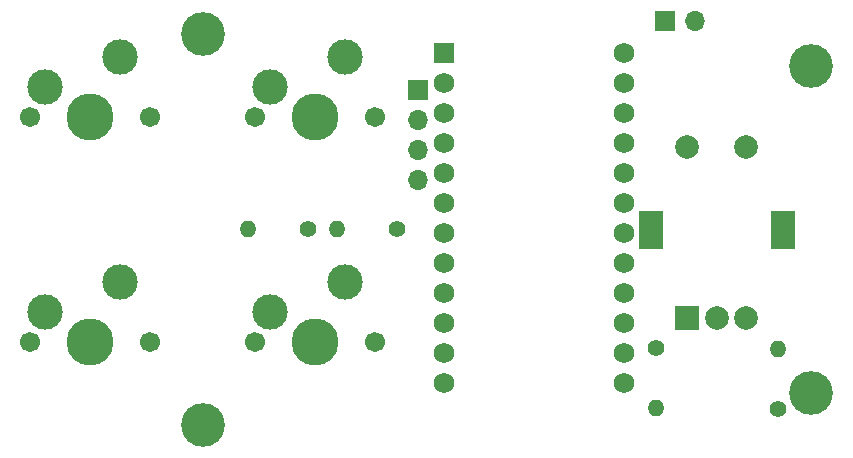
<source format=gts>
%TF.GenerationSoftware,KiCad,Pcbnew,(5.1.9)-1*%
%TF.CreationDate,2021-11-30T13:31:35+01:00*%
%TF.ProjectId,Little_Big_Scroll,4c697474-6c65-45f4-9269-675f5363726f,v1.0*%
%TF.SameCoordinates,Original*%
%TF.FileFunction,Soldermask,Top*%
%TF.FilePolarity,Negative*%
%FSLAX46Y46*%
G04 Gerber Fmt 4.6, Leading zero omitted, Abs format (unit mm)*
G04 Created by KiCad (PCBNEW (5.1.9)-1) date 2021-11-30 13:31:35*
%MOMM*%
%LPD*%
G01*
G04 APERTURE LIST*
%ADD10C,2.000000*%
%ADD11R,2.000000X3.200000*%
%ADD12R,2.000000X2.000000*%
%ADD13C,1.752600*%
%ADD14R,1.752600X1.752600*%
%ADD15C,1.701800*%
%ADD16C,3.987800*%
%ADD17C,3.000000*%
%ADD18O,1.700000X1.700000*%
%ADD19R,1.700000X1.700000*%
%ADD20C,3.700000*%
%ADD21O,1.400000X1.400000*%
%ADD22C,1.400000*%
G04 APERTURE END LIST*
D10*
X221880000Y-104555000D03*
X216880000Y-104555000D03*
D11*
X224980000Y-111555000D03*
X213780000Y-111555000D03*
D10*
X221880000Y-119055000D03*
X219380000Y-119055000D03*
D12*
X216880000Y-119055000D03*
D13*
X211500000Y-96585000D03*
X196260000Y-124525000D03*
X211500000Y-99125000D03*
X211500000Y-101665000D03*
X211500000Y-104205000D03*
X211500000Y-106745000D03*
X211500000Y-109285000D03*
X211500000Y-111825000D03*
X211500000Y-114365000D03*
X211500000Y-116905000D03*
X211500000Y-119445000D03*
X211500000Y-121985000D03*
X211500000Y-124525000D03*
X196260000Y-121985000D03*
X196260000Y-119445000D03*
X196260000Y-116905000D03*
X196260000Y-114365000D03*
X196260000Y-111825000D03*
X196260000Y-109285000D03*
X196260000Y-106745000D03*
X196260000Y-104205000D03*
X196260000Y-101665000D03*
X196260000Y-99125000D03*
D14*
X196260000Y-96585000D03*
D15*
X180300000Y-121080000D03*
X190460000Y-121080000D03*
D16*
X185380000Y-121080000D03*
D17*
X181570000Y-118540000D03*
X187920000Y-116000000D03*
D15*
X161250000Y-121080000D03*
X171410000Y-121080000D03*
D16*
X166330000Y-121080000D03*
D17*
X162520000Y-118540000D03*
X168870000Y-116000000D03*
D15*
X180300000Y-102030000D03*
X190460000Y-102030000D03*
D16*
X185380000Y-102030000D03*
D17*
X181570000Y-99490000D03*
X187920000Y-96950000D03*
D15*
X161250000Y-102030000D03*
X171410000Y-102030000D03*
D16*
X166330000Y-102030000D03*
D17*
X162520000Y-99490000D03*
X168870000Y-96950000D03*
D18*
X194105000Y-107340000D03*
X194105000Y-104800000D03*
X194105000Y-102260000D03*
D19*
X194105000Y-99720000D03*
D20*
X175855000Y-128105000D03*
X227380000Y-125411406D03*
X227380000Y-97698594D03*
X175855000Y-95005000D03*
D18*
X217490000Y-93870000D03*
D19*
X214950000Y-93870000D03*
D21*
X224520000Y-121620000D03*
D22*
X224520000Y-126700000D03*
D21*
X214250000Y-126650000D03*
D22*
X214250000Y-121570000D03*
D21*
X187180000Y-111480000D03*
D22*
X192260000Y-111480000D03*
D21*
X179690000Y-111500000D03*
D22*
X184770000Y-111500000D03*
M02*

</source>
